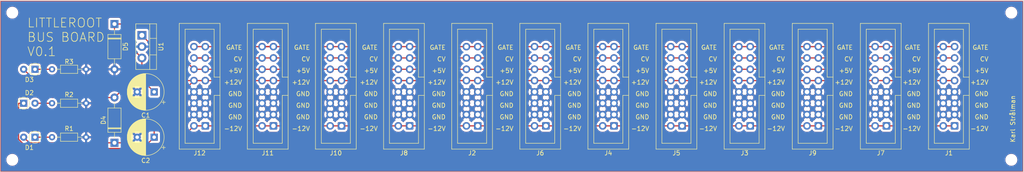
<source format=kicad_pcb>
(kicad_pcb (version 20221018) (generator pcbnew)
  (title_block (comment 4 "AISLER Project ID: DCZAFCHM"))
  (layers (0 "F.Cu" signal) (31 "B.Cu" signal) (34 "B.Paste" user) (35 "F.Paste" user) (36 "B.SilkS" user "B.Silkscreen") (37 "F.SilkS" user "F.Silkscreen") (38 "B.Mask" user) (39 "F.Mask" user) (44 "Edge.Cuts" user))
  (net 0 "")
  (net 1 "/Gate")
  (net 2 "/CV")
  (net 3 "+5V")
  (net 4 "+12V")
  (net 5 "GND")
  (net 6 "-12V")
  (net 7 "Net-(D1-K)")
  (net 8 "Net-(D2-A)")
  (net 9 "Net-(D3-K)")
  (footprint "Diode_THT:D_DO-35_SOD27_P2.54mm_Vertical_AnodeUp" (layer "F.Cu") (at 38.1 71.12)
    (fp_text reference "D2" (at 1.27 -2.326371) (layer "F.SilkS"))
    (fp_text value "LED" hide)
    (pad "1" thru_hole rect (at 0 0) (size 1.6 1.6) (drill 0.8) (layers "*.Cu" "*.Mask") (net 6 "-12V"))
    (pad "2" thru_hole oval (at 2.54 0) (size 1.6 1.6) (drill 0.8) (layers "*.Cu" "*.Mask") (net 8 "Net-(D2-A)"))
  )
  (footprint "Capacitor_THT:CP_Radial_D8.0mm_P3.80mm" (layer "F.Cu") (at 67.3 68.58 180)
    (fp_text reference "C1" (at 1.9 -5.25 180) (layer "F.SilkS"))
    (fp_text value "1u")
    (pad "1" thru_hole rect (at 0 0 180) (size 1.6 1.6) (drill 0.8) (layers "*.Cu" "*.Mask") (net 3 "+5V"))
    (pad "2" thru_hole circle (at 3.8 0 180) (size 1.6 1.6) (drill 0.8) (layers "*.Cu" "*.Mask") (net 5 "GND"))
  )
  (footprint "Package_TO_SOT_THT:TO-220-3_Vertical" (layer "F.Cu") (at 64.552349 55.88 -90)
    (fp_text reference "U1" (at 2.54 -4.27 90) (layer "F.SilkS"))
    (fp_text value "L7805")
    (pad "1" thru_hole rect (at 0 0 270) (size 1.905 2) (drill 1.1) (layers "*.Cu" "*.Mask") (net 4 "+12V"))
    (pad "2" thru_hole oval (at 2.54 0 270) (size 1.905 2) (drill 1.1) (layers "*.Cu" "*.Mask") (net 5 "GND"))
    (pad "3" thru_hole oval (at 5.08 0 270) (size 1.905 2) (drill 1.1) (layers "*.Cu" "*.Mask") (net 3 "+5V"))
  )
  (footprint "MountingHole:MountingHole_2.2mm_M2" (layer "F.Cu") (at 259.08 50.8)
    (fp_text reference "REF**" hide)
    (fp_text value "MountingHole_2.2mm_M2" hide)
    (pad "" np_thru_hole circle (at 0 0) (size 2.2 2.2) (drill 2.2) (layers "*.Cu" "*.Mask"))
  )
  (footprint "MountingHole:MountingHole_2.2mm_M2" (layer "F.Cu") (at 35.56 83.82)
    (fp_text reference "REF**" hide)
    (fp_text value "MountingHole_2.2mm_M2" hide)
    (pad "" np_thru_hole circle (at 0 0) (size 2.2 2.2) (drill 2.2) (layers "*.Cu" "*.Mask"))
  )
  (footprint "Connector_IDC:IDC-Header_2x08_P2.54mm_Vertical_No_Arrow" (layer "F.Cu") (at 215.9 76.2 180)
    (fp_text reference "J9" (at 1.27 -6.1) (layer "F.SilkS"))
    (fp_text value "~")
    (pad "1" thru_hole roundrect (at 0 0 180) (size 1.7 1.7) (drill 1) (layers "*.Cu" "*.Mask") (roundrect_rratio 0.1470588235) (net 6 "-12V"))
    (pad "2" thru_hole circle (at 2.54 0 180) (size 1.7 1.7) (drill 1) (layers "*.Cu" "*.Mask") (net 6 "-12V"))
    (pad "3" thru_hole circle (at 0 2.54 180) (size 1.7 1.7) (drill 1) (layers "*.Cu" "*.Mask") (net 5 "GND"))
    (pad "4" thru_hole circle (at 2.54 2.54 180) (size 1.7 1.7) (drill 1) (layers "*.Cu" "*.Mask") (net 5 "GND"))
    (pad "5" thru_hole circle (at 0 5.08 180) (size 1.7 1.7) (drill 1) (layers "*.Cu" "*.Mask") (net 5 "GND"))
    (pad "6" thru_hole circle (at 2.54 5.08 180) (size 1.7 1.7) (drill 1) (layers "*.Cu" "*.Mask") (net 5 "GND"))
    (pad "7" thru_hole circle (at 0 7.62 180) (size 1.7 1.7) (drill 1) (layers "*.Cu" "*.Mask") (net 5 "GND"))
    (pad "8" thru_hole circle (at 2.54 7.62 180) (size 1.7 1.7) (drill 1) (layers "*.Cu" "*.Mask") (net 5 "GND"))
    (pad "9" thru_hole circle (at 0 10.16 180) (size 1.7 1.7) (drill 1) (layers "*.Cu" "*.Mask") (net 4 "+12V"))
    (pad "10" thru_hole circle (at 2.54 10.16 180) (size 1.7 1.7) (drill 1) (layers "*.Cu" "*.Mask") (net 4 "+12V"))
    (pad "11" thru_hole circle (at 0 12.7 180) (size 1.7 1.7) (drill 1) (layers "*.Cu" "*.Mask") (net 3 "+5V"))
    (pad "12" thru_hole circle (at 2.54 12.7 180) (size 1.7 1.7) (drill 1) (layers "*.Cu" "*.Mask") (net 3 "+5V"))
    (pad "13" thru_hole circle (at 0 15.24 180) (size 1.7 1.7) (drill 1) (layers "*.Cu" "*.Mask") (net 2 "/CV"))
    (pad "14" thru_hole circle (at 2.54 15.24 180) (size 1.7 1.7) (drill 1) (layers "*.Cu" "*.Mask") (net 2 "/CV"))
    (pad "15" thru_hole circle (at 0 17.78 180) (size 1.7 1.7) (drill 1) (layers "*.Cu" "*.Mask") (net 1 "/Gate"))
    (pad "16" thru_hole circle (at 2.54 17.78 180) (size 1.7 1.7) (drill 1) (layers "*.Cu" "*.Mask") (net 1 "/Gate"))
  )
  (footprint "Connector_IDC:IDC-Header_2x08_P2.54mm_Vertical_No_Arrow" (layer "F.Cu") (at 93.98 76.2 180)
    (fp_text reference "J11" (at 1.27 -6.1) (layer "F.SilkS"))
    (fp_text value "~")
    (pad "1" thru_hole roundrect (at 0 0 180) (size 1.7 1.7) (drill 1) (layers "*.Cu" "*.Mask") (roundrect_rratio 0.1470588235) (net 6 "-12V"))
    (pad "2" thru_hole circle (at 2.54 0 180) (size 1.7 1.7) (drill 1) (layers "*.Cu" "*.Mask") (net 6 "-12V"))
    (pad "3" thru_hole circle (at 0 2.54 180) (size 1.7 1.7) (drill 1) (layers "*.Cu" "*.Mask") (net 5 "GND"))
    (pad "4" thru_hole circle (at 2.54 2.54 180) (size 1.7 1.7) (drill 1) (layers "*.Cu" "*.Mask") (net 5 "GND"))
    (pad "5" thru_hole circle (at 0 5.08 180) (size 1.7 1.7) (drill 1) (layers "*.Cu" "*.Mask") (net 5 "GND"))
    (pad "6" thru_hole circle (at 2.54 5.08 180) (size 1.7 1.7) (drill 1) (layers "*.Cu" "*.Mask") (net 5 "GND"))
    (pad "7" thru_hole circle (at 0 7.62 180) (size 1.7 1.7) (drill 1) (layers "*.Cu" "*.Mask") (net 5 "GND"))
    (pad "8" thru_hole circle (at 2.54 7.62 180) (size 1.7 1.7) (drill 1) (layers "*.Cu" "*.Mask") (net 5 "GND"))
    (pad "9" thru_hole circle (at 0 10.16 180) (size 1.7 1.7) (drill 1) (layers "*.Cu" "*.Mask") (net 4 "+12V"))
    (pad "10" thru_hole circle (at 2.54 10.16 180) (size 1.7 1.7) (drill 1) (layers "*.Cu" "*.Mask") (net 4 "+12V"))
    (pad "11" thru_hole circle (at 0 12.7 180) (size 1.7 1.7) (drill 1) (layers "*.Cu" "*.Mask") (net 3 "+5V"))
    (pad "12" thru_hole circle (at 2.54 12.7 180) (size 1.7 1.7) (drill 1) (layers "*.Cu" "*.Mask") (net 3 "+5V"))
    (pad "13" thru_hole circle (at 0 15.24 180) (size 1.7 1.7) (drill 1) (layers "*.Cu" "*.Mask") (net 2 "/CV"))
    (pad "14" thru_hole circle (at 2.54 15.24 180) (size 1.7 1.7) (drill 1) (layers "*.Cu" "*.Mask") (net 2 "/CV"))
    (pad "15" thru_hole circle (at 0 17.78 180) (size 1.7 1.7) (drill 1) (layers "*.Cu" "*.Mask") (net 1 "/Gate"))
    (pad "16" thru_hole circle (at 2.54 17.78 180) (size 1.7 1.7) (drill 1) (layers "*.Cu" "*.Mask") (net 1 "/Gate"))
  )
  (footprint "Diode_THT:D_DO-35_SOD27_P2.54mm_Vertical_AnodeUp" (layer "F.Cu") (at 40.64 63.5 180)
    (fp_text reference "D3" (at 1.27 -2.326371) (layer "F.SilkS"))
    (fp_text value "LED" hide)
    (pad "1" thru_hole rect (at 0 0 180) (size 1.6 1.6) (drill 0.8) (layers "*.Cu" "*.Mask") (net 9 "Net-(D3-K)"))
    (pad "2" thru_hole oval (at 2.54 0 180) (size 1.6 1.6) (drill 0.8) (layers "*.Cu" "*.Mask") (net 3 "+5V"))
  )
  (footprint "Capacitor_THT:CP_Radial_D8.0mm_P3.80mm" (layer "F.Cu") (at 67.3 78.74 180)
    (fp_text reference "C2" (at 1.9 -5.25 180) (layer "F.SilkS"))
    (fp_text value "1u")
    (pad "1" thru_hole rect (at 0 0 180) (size 1.6 1.6) (drill 0.8) (layers "*.Cu" "*.Mask") (net 4 "+12V"))
    (pad "2" thru_hole circle (at 3.8 0 180) (size 1.6 1.6) (drill 0.8) (layers "*.Cu" "*.Mask") (net 5 "GND"))
  )
  (footprint "Connector_IDC:IDC-Header_2x08_P2.54mm_Vertical_No_Arrow" (layer "F.Cu") (at 124.46 76.2 180)
    (fp_text reference "J8" (at 1.27 -6.1) (layer "F.SilkS"))
    (fp_text value "~")
    (pad "1" thru_hole roundrect (at 0 0 180) (size 1.7 1.7) (drill 1) (layers "*.Cu" "*.Mask") (roundrect_rratio 0.1470588235) (net 6 "-12V"))
    (pad "2" thru_hole circle (at 2.54 0 180) (size 1.7 1.7) (drill 1) (layers "*.Cu" "*.Mask") (net 6 "-12V"))
    (pad "3" thru_hole circle (at 0 2.54 180) (size 1.7 1.7) (drill 1) (layers "*.Cu" "*.Mask") (net 5 "GND"))
    (pad "4" thru_hole circle (at 2.54 2.54 180) (size 1.7 1.7) (drill 1) (layers "*.Cu" "*.Mask") (net 5 "GND"))
    (pad "5" thru_hole circle (at 0 5.08 180) (size 1.7 1.7) (drill 1) (layers "*.Cu" "*.Mask") (net 5 "GND"))
    (pad "6" thru_hole circle (at 2.54 5.08 180) (size 1.7 1.7) (drill 1) (layers "*.Cu" "*.Mask") (net 5 "GND"))
    (pad "7" thru_hole circle (at 0 7.62 180) (size 1.7 1.7) (drill 1) (layers "*.Cu" "*.Mask") (net 5 "GND"))
    (pad "8" thru_hole circle (at 2.54 7.62 180) (size 1.7 1.7) (drill 1) (layers "*.Cu" "*.Mask") (net 5 "GND"))
    (pad "9" thru_hole circle (at 0 10.16 180) (size 1.7 1.7) (drill 1) (layers "*.Cu" "*.Mask") (net 4 "+12V"))
    (pad "10" thru_hole circle (at 2.54 10.16 180) (size 1.7 1.7) (drill 1) (layers "*.Cu" "*.Mask") (net 4 "+12V"))
    (pad "11" thru_hole circle (at 0 12.7 180) (size 1.7 1.7) (drill 1) (layers "*.Cu" "*.Mask") (net 3 "+5V"))
    (pad "12" thru_hole circle (at 2.54 12.7 180) (size 1.7 1.7) (drill 1) (layers "*.Cu" "*.Mask") (net 3 "+5V"))
    (pad "13" thru_hole circle (at 0 15.24 180) (size 1.7 1.7) (drill 1) (layers "*.Cu" "*.Mask") (net 2 "/CV"))
    (pad "14" thru_hole circle (at 2.54 15.24 180) (size 1.7 1.7) (drill 1) (layers "*.Cu" "*.Mask") (net 2 "/CV"))
    (pad "15" thru_hole circle (at 0 17.78 180) (size 1.7 1.7) (drill 1) (layers "*.Cu" "*.Mask") (net 1 "/Gate"))
    (pad "16" thru_hole circle (at 2.54 17.78 180) (size 1.7 1.7) (drill 1) (layers "*.Cu" "*.Mask") (net 1 "/Gate"))
  )
  (footprint "Resistor_THT:R_Axial_DIN0204_L3.6mm_D1.6mm_P7.62mm_Horizontal" (layer "F.Cu") (at 44.45 78.74)
    (fp_text reference "R1" (at 3.81 -1.92) (layer "F.SilkS"))
    (fp_text value "1k")
    (pad "1" thru_hole circle (at 0 0) (size 1.4 1.4) (drill 0.7) (layers "*.Cu" "*.Mask") (net 7 "Net-(D1-K)"))
    (pad "2" thru_hole oval (at 7.62 0) (size 1.4 1.4) (drill 0.7) (layers "*.Cu" "*.Mask") (net 5 "GND"))
  )
  (footprint "Connector_IDC:IDC-Header_2x08_P2.54mm_Vertical_No_Arrow" (layer "F.Cu") (at 185.42 76.2 180)
    (fp_text reference "J5" (at 1.27 -6.1) (layer "F.SilkS"))
    (fp_text value "~")
    (pad "1" thru_hole roundrect (at 0 0 180) (size 1.7 1.7) (drill 1) (layers "*.Cu" "*.Mask") (roundrect_rratio 0.1470588235) (net 6 "-12V"))
    (pad "2" thru_hole circle (at 2.54 0 180) (size 1.7 1.7) (drill 1) (layers "*.Cu" "*.Mask") (net 6 "-12V"))
    (pad "3" thru_hole circle (at 0 2.54 180) (size 1.7 1.7) (drill 1) (layers "*.Cu" "*.Mask") (net 5 "GND"))
    (pad "4" thru_hole circle (at 2.54 2.54 180) (size 1.7 1.7) (drill 1) (layers "*.Cu" "*.Mask") (net 5 "GND"))
    (pad "5" thru_hole circle (at 0 5.08 180) (size 1.7 1.7) (drill 1) (layers "*.Cu" "*.Mask") (net 5 "GND"))
    (pad "6" thru_hole circle (at 2.54 5.08 180) (size 1.7 1.7) (drill 1) (layers "*.Cu" "*.Mask") (net 5 "GND"))
    (pad "7" thru_hole circle (at 0 7.62 180) (size 1.7 1.7) (drill 1) (layers "*.Cu" "*.Mask") (net 5 "GND"))
    (pad "8" thru_hole circle (at 2.54 7.62 180) (size 1.7 1.7) (drill 1) (layers "*.Cu" "*.Mask") (net 5 "GND"))
    (pad "9" thru_hole circle (at 0 10.16 180) (size 1.7 1.7) (drill 1) (layers "*.Cu" "*.Mask") (net 4 "+12V"))
    (pad "10" thru_hole circle (at 2.54 10.16 180) (size 1.7 1.7) (drill 1) (layers "*.Cu" "*.Mask") (net 4 "+12V"))
    (pad "11" thru_hole circle (at 0 12.7 180) (size 1.7 1.7) (drill 1) (layers "*.Cu" "*.Mask") (net 3 "+5V"))
    (pad "12" thru_hole circle (at 2.54 12.7 180) (size 1.7 1.7) (drill 1) (layers "*.Cu" "*.Mask") (net 3 "+5V"))
    (pad "13" thru_hole circle (at 0 15.24 180) (size 1.7 1.7) (drill 1) (layers "*.Cu" "*.Mask") (net 2 "/CV"))
    (pad "14" thru_hole circle (at 2.54 15.24 180) (size 1.7 1.7) (drill 1) (layers "*.Cu" "*.Mask") (net 2 "/CV"))
    (pad "15" thru_hole circle (at 0 17.78 180) (size 1.7 1.7) (drill 1) (layers "*.Cu" "*.Mask") (net 1 "/Gate"))
    (pad "16" thru_hole circle (at 2.54 17.78 180) (size 1.7 1.7) (drill 1) (layers "*.Cu" "*.Mask") (net 1 "/Gate"))
  )
  (footprint "Resistor_THT:R_Axial_DIN0204_L3.6mm_D1.6mm_P7.62mm_Horizontal" (layer "F.Cu") (at 44.45 63.5)
    (fp_text reference "R3" (at 3.81 -1.7) (layer "F.SilkS"))
    (fp_text value "4k7")
    (pad "1" thru_hole circle (at 0 0) (size 1.4 1.4) (drill 0.7) (layers "*.Cu" "*.Mask") (net 9 "Net-(D3-K)"))
    (pad "2" thru_hole oval (at 7.62 0) (size 1.4 1.4) (drill 0.7) (layers "*.Cu" "*.Mask") (net 5 "GND"))
  )
  (footprint "Diode_THT:D_DO-35_SOD27_P2.54mm_Vertical_AnodeUp" (layer "F.Cu") (at 40.64 78.74 180)
    (fp_text reference "D1" (at 1.27 -2.326371) (layer "F.SilkS"))
    (fp_text value "LED" hide)
    (pad "1" thru_hole rect (at 0 0 180) (size 1.6 1.6) (drill 0.8) (layers "*.Cu" "*.Mask") (net 7 "Net-(D1-K)"))
    (pad "2" thru_hole oval (at 2.54 0 180) (size 1.6 1.6) (drill 0.8) (layers "*.Cu" "*.Mask") (net 4 "+12V"))
  )
  (footprint "Diode_THT:D_A-405_P10.16mm_Horizontal" (layer "F.Cu") (at 58.42 53.34 -90)
    (fp_text reference "D5" (at 5.08 -2.47 90) (layer "F.SilkS"))
    (fp_text value "N4007")
    (pad "1" thru_hole rect (at 0 0 270) (size 1.8 1.8) (drill 0.9) (layers "*.Cu" "*.Mask") (net 3 "+5V"))
    (pad "2" thru_hole oval (at 10.16 0 270) (size 1.8 1.8) (drill 0.9) (layers "*.Cu" "*.Mask") (net 5 "GND"))
  )
  (footprint "Connector_IDC:IDC-Header_2x08_P2.54mm_Vertical_No_Arrow" (layer "F.Cu") (at 139.7 76.2 180)
    (fp_text reference "J2" (at 1.27 -6.1) (layer "F.SilkS"))
    (fp_text value "~")
    (pad "1" thru_hole roundrect (at 0 0 180) (size 1.7 1.7) (drill 1) (layers "*.Cu" "*.Mask") (roundrect_rratio 0.1470588235) (net 6 "-12V"))
    (pad "2" thru_hole circle (at 2.54 0 180) (size 1.7 1.7) (drill 1) (layers "*.Cu" "*.Mask") (net 6 "-12V"))
    (pad "3" thru_hole circle (at 0 2.54 180) (size 1.7 1.7) (drill 1) (layers "*.Cu" "*.Mask") (net 5 "GND"))
    (pad "4" thru_hole circle (at 2.54 2.54 180) (size 1.7 1.7) (drill 1) (layers "*.Cu" "*.Mask") (net 5 "GND"))
    (pad "5" thru_hole circle (at 0 5.08 180) (size 1.7 1.7) (drill 1) (layers "*.Cu" "*.Mask") (net 5 "GND"))
    (pad "6" thru_hole circle (at 2.54 5.08 180) (size 1.7 1.7) (drill 1) (layers "*.Cu" "*.Mask") (net 5 "GND"))
    (pad "7" thru_hole circle (at 0 7.62 180) (size 1.7 1.7) (drill 1) (layers "*.Cu" "*.Mask") (net 5 "GND"))
    (pad "8" thru_hole circle (at 2.54 7.62 180) (size 1.7 1.7) (drill 1) (layers "*.Cu" "*.Mask") (net 5 "GND"))
    (pad "9" thru_hole circle (at 0 10.16 180) (size 1.7 1.7) (drill 1) (layers "*.Cu" "*.Mask") (net 4 "+12V"))
    (pad "10" thru_hole circle (at 2.54 10.16 180) (size 1.7 1.7) (drill 1) (layers "*.Cu" "*.Mask") (net 4 "+12V"))
    (pad "11" thru_hole circle (at 0 12.7 180) (size 1.7 1.7) (drill 1) (layers "*.Cu" "*.Mask") (net 3 "+5V"))
    (pad "12" thru_hole circle (at 2.54 12.7 180) (size 1.7 1.7) (drill 1) (layers "*.Cu" "*.Mask") (net 3 "+5V"))
    (pad "13" thru_hole circle (at 0 15.24 180) (size 1.7 1.7) (drill 1) (layers "*.Cu" "*.Mask") (net 2 "/CV"))
    (pad "14" thru_hole circle (at 2.54 15.24 180) (size 1.7 1.7) (drill 1) (layers "*.Cu" "*.Mask") (net 2 "/CV"))
    (pad "15" thru_hole circle (at 0 17.78 180) (size 1.7 1.7) (drill 1) (layers "*.Cu" "*.Mask") (net 1 "/Gate"))
    (pad "16" thru_hole circle (at 2.54 17.78 180) (size 1.7 1.7) (drill 1) (layers "*.Cu" "*.Mask") (net 1 "/Gate"))
  )
  (footprint "MountingHole:MountingHole_2.2mm_M2" (layer "F.Cu") (at 35.56 50.8)
    (fp_text reference "REF**" hide)
    (fp_text value "MountingHole_2.2mm_M2" hide)
    (pad "" np_thru_hole circle (at 0 0) (size 2.2 2.2) (drill 2.2) (layers "*.Cu" "*.Mask"))
  )
  (footprint "Connector_IDC:IDC-Header_2x08_P2.54mm_Vertical_No_Arrow" (layer "F.Cu") (at 78.74 76.2 180)
    (fp_text reference "J12" (at 1.27 -6.1) (layer "F.SilkS"))
    (fp_text value "~")
    (pad "1" thru_hole roundrect (at 0 0 180) (size 1.7 1.7) (drill 1) (layers "*.Cu" "*.Mask") (roundrect_rratio 0.1470588235) (net 6 "-12V"))
    (pad "2" thru_hole circle (at 2.54 0 180) (size 1.7 1.7) (drill 1) (layers "*.Cu" "*.Mask") (net 6 "-12V"))
    (pad "3" thru_hole circle (at 0 2.54 180) (size 1.7 1.7) (drill 1) (layers "*.Cu" "*.Mask") (net 5 "GND"))
    (pad "4" thru_hole circle (at 2.54 2.54 180) (size 1.7 1.7) (drill 1) (layers "*.Cu" "*.Mask") (net 5 "GND"))
    (pad "5" thru_hole circle (at 0 5.08 180) (size 1.7 1.7) (drill 1) (layers "*.Cu" "*.Mask") (net 5 "GND"))
    (pad "6" thru_hole circle (at 2.54 5.08 180) (size 1.7 1.7) (drill 1) (layers "*.Cu" "*.Mask") (net 5 "GND"))
    (pad "7" thru_hole circle (at 0 7.62 180) (size 1.7 1.7) (drill 1) (layers "*.Cu" "*.Mask") (net 5 "GND"))
    (pad "8" thru_hole circle (at 2.54 7.62 180) (size 1.7 1.7) (drill 1) (layers "*.Cu" "*.Mask") (net 5 "GND"))
    (pad "9" thru_hole circle (at 0 10.16 180) (size 1.7 1.7) (drill 1) (layers "*.Cu" "*.Mask") (net 4 "+12V"))
    (pad "10" thru_hole circle (at 2.54 10.16 180) (size 1.7 1.7) (drill 1) (layers "*.Cu" "*.Mask") (net 4 "+12V"))
    (pad "11" thru_hole circle (at 0 12.7 180) (size 1.7 1.7) (drill 1) (layers "*.Cu" "*.Mask") (net 3 "+5V"))
    (pad "12" thru_hole circle (at 2.54 12.7 180) (size 1.7 1.7) (drill 1) (layers "*.Cu" "*.Mask") (net 3 "+5V"))
    (pad "13" thru_hole circle (at 0 15.24 180) (size 1.7 1.7) (drill 1) (layers "*.Cu" "*.Mask") (net 2 "/CV"))
    (pad "14" thru_hole circle (at 2.54 15.24 180) (size 1.7 1.7) (drill 1) (layers "*.Cu" "*.Mask") (net 2 "/CV"))
    (pad "15" thru_hole circle (at 0 17.78 180) (size 1.7 1.7) (drill 1) (layers "*.Cu" "*.Mask") (net 1 "/Gate"))
    (pad "16" thru_hole circle (at 2.54 17.78 180) (size 1.7 1.7) (drill 1) (layers "*.Cu" "*.Mask") (net 1 "/Gate"))
  )
  (footprint "Connector_IDC:IDC-Header_2x08_P2.54mm_Vertical_No_Arrow" (layer "F.Cu") (at 154.94 76.2 180)
    (fp_text reference "J6" (at 1.27 -6.1) (layer "F.SilkS"))
    (fp_text value "~")
    (pad "1" thru_hole roundrect (at 0 0 180) (size 1.7 1.7) (drill 1) (layers "*.Cu" "*.Mask") (roundrect_rratio 0.1470588235) (net 6 "-12V"))
    (pad "2" thru_hole circle (at 2.54 0 180) (size 1.7 1.7) (drill 1) (layers "*.Cu" "*.Mask") (net 6 "-12V"))
    (pad "3" thru_hole circle (at 0 2.54 180) (size 1.7 1.7) (drill 1) (layers "*.Cu" "*.Mask") (net 5 "GND"))
    (pad "4" thru_hole circle (at 2.54 2.54 180) (size 1.7 1.7) (drill 1) (layers "*.Cu" "*.Mask") (net 5 "GND"))
    (pad "5" thru_hole circle (at 0 5.08 180) (size 1.7 1.7) (drill 1) (layers "*.Cu" "*.Mask") (net 5 "GND"))
    (pad "6" thru_hole circle (at 2.54 5.08 180) (size 1.7 1.7) (drill 1) (layers "*.Cu" "*.Mask") (net 5 "GND"))
    (pad "7" thru_hole circle (at 0 7.62 180) (size 1.7 1.7) (drill 1) (layers "*.Cu" "*.Mask") (net 5 "GND"))
    (pad "8" thru_hole circle (at 2.54 7.62 180) (size 1.7 1.7) (drill 1) (layers "*.Cu" "*.Mask") (net 5 "GND"))
    (pad "9" thru_hole circle (at 0 10.16 180) (size 1.7 1.7) (drill 1) (layers "*.Cu" "*.Mask") (net 4 "+12V"))
    (pad "10" thru_hole circle (at 2.54 10.16 180) (size 1.7 1.7) (drill 1) (layers "*.Cu" "*.Mask") (net 4 "+12V"))
    (pad "11" thru_hole circle (at 0 12.7 180) (size 1.7 1.7) (drill 1) (layers "*.Cu" "*.Mask") (net 3 "+5V"))
    (pad "12" thru_hole circle (at 2.54 12.7 180) (size 1.7 1.7) (drill 1) (layers "*.Cu" "*.Mask") (net 3 "+5V"))
    (pad "13" thru_hole circle (at 0 15.24 180) (size 1.7 1.7) (drill 1) (layers "*.Cu" "*.Mask") (net 2 "/CV"))
    (pad "14" thru_hole circle (at 2.54 15.24 180) (size 1.7 1.7) (drill 1) (layers "*.Cu" "*.Mask") (net 2 "/CV"))
    (pad "15" thru_hole circle (at 0 17.78 180) (size 1.7 1.7) (drill 1) (layers "*.Cu" "*.Mask") (net 1 "/Gate"))
    (pad "16" thru_hole circle (at 2.54 17.78 180) (size 1.7 1.7) (drill 1) (layers "*.Cu" "*.Mask") (net 1 "/Gate"))
  )
  (footprint "Diode_THT:D_A-405_P10.16mm_Horizontal" (layer "F.Cu") (at 58.42 80 90)
    (fp_text reference "D4" (at 5.08 -2.47 90) (layer "F.SilkS"))
    (fp_text value "N4007")
    (pad "1" thru_hole rect (at 0 0 90) (size 1.8 1.8) (drill 0.9) (layers "*.Cu" "*.Mask") (net 4 "+12V"))
    (pad "2" thru_hole oval (at 10.16 0 90) (size 1.8 1.8) (drill 0.9) (layers "*.Cu" "*.Mask") (net 3 "+5V"))
  )
  (footprint "MountingHole:MountingHole_2.2mm_M2" (layer "F.Cu") (at 259.08 83.82)
    (fp_text reference "REF**" hide)
    (fp_text value "MountingHole_2.2mm_M2" hide)
    (pad "" np_thru_hole circle (at 0 0) (size 2.2 2.2) (drill 2.2) (layers "*.Cu" "*.Mask"))
  )
  (footprint "Connector_IDC:IDC-Header_2x08_P2.54mm_Vertical_No_Arrow" (layer "F.Cu") (at 231.14 76.2 180)
    (fp_text reference "J7" (at 1.27 -6.1) (layer "F.SilkS"))
    (fp_text value "~")
    (pad "1" thru_hole roundrect (at 0 0 180) (size 1.7 1.7) (drill 1) (layers "*.Cu" "*.Mask") (roundrect_rratio 0.1470588235) (net 6 "-12V"))
    (pad "2" thru_hole circle (at 2.54 0 180) (size 1.7 1.7) (drill 1) (layers "*.Cu" "*.Mask") (net 6 "-12V"))
    (pad "3" thru_hole circle (at 0 2.54 180) (size 1.7 1.7) (drill 1) (layers "*.Cu" "*.Mask") (net 5 "GND"))
    (pad "4" thru_hole circle (at 2.54 2.54 180) (size 1.7 1.7) (drill 1) (layers "*.Cu" "*.Mask") (net 5 "GND"))
    (pad "5" thru_hole circle (at 0 5.08 180) (size 1.7 1.7) (drill 1) (layers "*.Cu" "*.Mask") (net 5 "GND"))
    (pad "6" thru_hole circle (at 2.54 5.08 180) (size 1.7 1.7) (drill 1) (layers "*.Cu" "*.Mask") (net 5 "GND"))
    (pad "7" thru_hole circle (at 0 7.62 180) (size 1.7 1.7) (drill 1) (layers "*.Cu" "*.Mask") (net 5 "GND"))
    (pad "8" thru_hole circle (at 2.54 7.62 180) (size 1.7 1.7) (drill 1) (layers "*.Cu" "*.Mask") (net 5 "GND"))
    (pad "9" thru_hole circle (at 0 10.16 180) (size 1.7 1.7) (drill 1) (layers "*.Cu" "*.Mask") (net 4 "+12V"))
    (pad "10" thru_hole circle (at 2.54 10.16 180) (size 1.7 1.7) (drill 1) (layers "*.Cu" "*.Mask") (net 4 "+12V"))
    (pad "11" thru_hole circle (at 0 12.7 180) (size 1.7 1.7) (drill 1) (layers "*.Cu" "*.Mask") (net 3 "+5V"))
    (pad "12" thru_hole circle (at 2.54 12.7 180) (size 1.7 1.7) (drill 1) (layers "*.Cu" "*.Mask") (net 3 "+5V"))
    (pad "13" thru_hole circle (at 0 15.24 180) (size 1.7 1.7) (drill 1) (layers "*.Cu" "*.Mask") (net 2 "/CV"))
    (pad "14" thru_hole circle (at 2.54 15.24 180) (size 1.7 1.7) (drill 1) (layers "*.Cu" "*.Mask") (net 2 "/CV"))
    (pad "15" thru_hole circle (at 0 17.78 180) (size 1.7 1.7) (drill 1) (layers "*.Cu" "*.Mask") (net 1 "/Gate"))
    (pad "16" thru_hole circle (at 2.54 17.78 180) (size 1.7 1.7) (drill 1) (layers "*.Cu" "*.Mask") (net 1 "/Gate"))
  )
  (footprint "Connector_IDC:IDC-Header_2x08_P2.54mm_Vertical_No_Arrow" (layer "F.Cu") (at 109.22 76.2 180)
    (fp_text reference "J10" (at 1.27 -6.1) (layer "F.SilkS"))
    (fp_text value "~")
    (pad "1" thru_hole roundrect (at 0 0 180) (size 1.7 1.7) (drill 1) (layers "*.Cu" "*.Mask") (roundrect_rratio 0.1470588235) (net 6 "-12V"))
    (pad "2" thru_hole circle (at 2.54 0 180) (size 1.7 1.7) (drill 1) (layers "*.Cu" "*.Mask") (net 6 "-12V"))
    (pad "3" thru_hole circle (at 0 2.54 180) (size 1.7 1.7) (drill 1) (layers "*.Cu" "*.Mask") (net 5 "GND"))
    (pad "4" thru_hole circle (at 2.54 2.54 180) (size 1.7 1.7) (drill 1) (layers "*.Cu" "*.Mask") (net 5 "GND"))
    (pad "5" thru_hole circle (at 0 5.08 180) (size 1.7 1.7) (drill 1) (layers "*.Cu" "*.Mask") (net 5 "GND"))
    (pad "6" thru_hole circle (at 2.54 5.08 180) (size 1.7 1.7) (drill 1) (layers "*.Cu" "*.Mask") (net 5 "GND"))
    (pad "7" thru_hole circle (at 0 7.62 180) (size 1.7 1.7) (drill 1) (layers "*.Cu" "*.Mask") (net 5 "GND"))
    (pad "8" thru_hole circle (at 2.54 7.62 180) (size 1.7 1.7) (drill 1) (layers "*.Cu" "*.Mask") (net 5 "GND"))
    (pad "9" thru_hole circle (at 0 10.16 180) (size 1.7 1.7) (drill 1) (layers "*.Cu" "*.Mask") (net 4 "+12V"))
    (pad "10" thru_hole circle (at 2.54 10.16 180) (size 1.7 1.7) (drill 1) (layers "*.Cu" "*.Mask") (net 4 "+12V"))
    (pad "11" thru_hole circle (at 0 12.7 180) (size 1.7 1.7) (drill 1) (layers "*.Cu" "*.Mask") (net 3 "+5V"))
    (pad "12" thru_hole circle (at 2.54 12.7 180) (size 1.7 1.7) (drill 1) (layers "*.Cu" "*.Mask") (net 3 "+5V"))
    (pad "13" thru_hole circle (at 0 15.24 180) (size 1.7 1.7) (drill 1) (layers "*.Cu" "*.Mask") (net 2 "/CV"))
    (pad "14" thru_hole circle (at 2.54 15.24 180) (size 1.7 1.7) (drill 1) (layers "*.Cu" "*.Mask") (net 2 "/CV"))
    (pad "15" thru_hole circle (at 0 17.78 180) (size 1.7 1.7) (drill 1) (layers "*.Cu" "*.Mask") (net 1 "/Gate"))
    (pad "16" thru_hole circle (at 2.54 17.78 180) (size 1.7 1.7) (drill 1) (layers "*.Cu" "*.Mask") (net 1 "/Gate"))
  )
  (footprint "Connector_IDC:IDC-Header_2x08_P2.54mm_Vertical_No_Arrow" (layer "F.Cu") (at 246.38 76.2 180)
    (fp_text reference "J1" (at 1.27 -6.1) (layer "F.SilkS"))
    (fp_text value "~")
    (pad "1" thru_hole roundrect (at 0 0 180) (size 1.7 1.7) (drill 1) (layers "*.Cu" "*.Mask") (roundrect_rratio 0.1470588235) (net 6 "-12V"))
    (pad "2" thru_hole circle (at 2.54 0 180) (size 1.7 1.7) (drill 1) (layers "*.Cu" "*.Mask") (net 6 "-12V"))
    (pad "3" thru_hole circle (at 0 2.54 180) (size 1.7 1.7) (drill 1) (layers "*.Cu" "*.Mask") (net 5 "GND"))
    (pad "4" thru_hole circle (at 2.54 2.54 180) (size 1.7 1.7) (drill 1) (layers "*.Cu" "*.Mask") (net 5 "GND"))
    (pad "5" thru_hole circle (at 0 5.08 180) (size 1.7 1.7) (drill 1) (layers "*.Cu" "*.Mask") (net 5 "GND"))
    (pad "6" thru_hole circle (at 2.54 5.08 180) (size 1.7 1.7) (drill 1) (layers "*.Cu" "*.Mask") (net 5 "GND"))
    (pad "7" thru_hole circle (at 0 7.62 180) (size 1.7 1.7) (drill 1) (layers "*.Cu" "*.Mask") (net 5 "GND"))
    (pad "8" thru_hole circle (at 2.54 7.62 180) (size 1.7 1.7) (drill 1) (layers "*.Cu" "*.Mask") (net 5 "GND"))
    (pad "9" thru_hole circle (at 0 10.16 180) (size 1.7 1.7) (drill 1) (layers "*.Cu" "*.Mask") (net 4 "+12V"))
    (pad "10" thru_hole circle (at 2.54 10.16 180) (size 1.7 1.7) (drill 1) (layers "*.Cu" "*.Mask") (net 4 "+12V"))
    (pad "11" thru_hole circle (at 0 12.7 180) (size 1.7 1.7) (drill 1) (layers "*.Cu" "*.Mask") (net 3 "+5V"))
    (pad "12" thru_hole circle (at 2.54 12.7 180) (size 1.7 1.7) (drill 1) (layers "*.Cu" "*.Mask") (net 3 "+5V"))
    (pad "13" thru_hole circle (at 0 15.24 180) (size 1.7 1.7) (drill 1) (layers "*.Cu" "*.Mask") (net 2 "/CV"))
    (pad "14" thru_hole circle (at 2.54 15.24 180) (size 1.7 1.7) (drill 1) (layers "*.Cu" "*.Mask") (net 2 "/CV"))
    (pad "15" thru_hole circle (at 0 17.78 180) (size 1.7 1.7) (drill 1) (layers "*.Cu" "*.Mask") (net 1 "/Gate"))
    (pad "16" thru_hole circle (at 2.54 17.78 180) (size 1.7 1.7) (drill 1) (layers "*.Cu" "*.Mask") (net 1 "/Gate"))
  )
  (footprint "Connector_IDC:IDC-Header_2x08_P2.54mm_Vertical_No_Arrow" (layer "F.Cu") (at 200.66 76.2 180)
    (fp_text reference "J3" (at 1.27 -6.1) (layer "F.SilkS"))
    (fp_text value "~")
    (pad "1" thru_hole roundrect (at 0 0 180) (size 1.7 1.7) (drill 1) (layers "*.Cu" "*.Mask") (roundrect_rratio 0.1470588235) (net 6 "-12V"))
    (pad "2" thru_hole circle (at 2.54 0 180) (size 1.7 1.7) (drill 1) (layers "*.Cu" "*.Mask") (net 6 "-12V"))
    (pad "3" thru_hole circle (at 0 2.54 180) (size 1.7 1.7) (drill 1) (layers "*.Cu" "*.Mask") (net 5 "GND"))
    (pad "4" thru_hole circle (at 2.54 2.54 180) (size 1.7 1.7) (drill 1) (layers "*.Cu" "*.Mask") (net 5 "GND"))
    (pad "5" thru_hole circle (at 0 5.08 180) (size 1.7 1.7) (drill 1) (layers "*.Cu" "*.Mask") (net 5 "GND"))
    (pad "6" thru_hole circle (at 2.54 5.08 180) (size 1.7 1.7) (drill 1) (layers "*.Cu" "*.Mask") (net 5 "GND"))
    (pad "7" thru_hole circle (at 0 7.62 180) (size 1.7 1.7) (drill 1) (layers "*.Cu" "*.Mask") (net 5 "GND"))
    (pad "8" thru_hole circle (at 2.54 7.62 180) (size 1.7 1.7) (drill 1) (layers "*.Cu" "*.Mask") (net 5 "GND"))
    (pad "9" thru_hole circle (at 0 10.16 180) (size 1.7 1.7) (drill 1) (layers "*.Cu" "*.Mask") (net 4 "+12V"))
    (pad "10" thru_hole circle (at 2.54 10.16 180) (size 1.7 1.7) (drill 1) (layers "*.Cu" "*.Mask") (net 4 "+12V"))
    (pad "11" thru_hole circle (at 0 12.7 180) (size 1.7 1.7) (drill 1) (layers "*.Cu" "*.Mask") (net 3 "+5V"))
    (pad "12" thru_hole circle (at 2.54 12.7 180) (size 1.7 1.7) (drill 1) (layers "*.Cu" "*.Mask") (net 3 "+5V"))
    (pad "13" thru_hole circle (at 0 15.24 180) (size 1.7 1.7) (drill 1) (layers "*.Cu" "*.Mask") (net 2 "/CV"))
    (pad "14" thru_hole circle (at 2.54 15.24 180) (size 1.7 1.7) (drill 1) (layers "*.Cu" "*.Mask") (net 2 "/CV"))
    (pad "15" thru_hole circle (at 0 17.78 180) (size 1.7 1.7) (drill 1) (layers "*.Cu" "*.Mask") (net 1 "/Gate"))
    (pad "16" thru_hole circle (at 2.54 17.78 180) (size 1.7 1.7) (drill 1) (layers "*.Cu" "*.Mask") (net 1 "/Gate"))
  )
  (footprint "Resistor_THT:R_Axial_DIN0204_L3.6mm_D1.6mm_P7.62mm_Horizontal" (layer "F.Cu") (at 44.45 71.12)
    (fp_text reference "R2" (at 3.81 -1.92) (layer "F.SilkS"))
    (fp_text value "1k")
    (pad "1" thru_hole circle (at 0 0) (size 1.4 1.4) (drill 0.7) (layers "*.Cu" "*.Mask") (net 8 "Net-(D2-A)"))
    (pad "2" thru_hole oval (at 7.62 0) (size 1.4 1.4) (drill 0.7) (layers "*.Cu" "*.Mask") (net 5 "GND"))
  )
  (footprint "Connector_IDC:IDC-Header_2x08_P2.54mm_Vertical_No_Arrow" (layer "F.Cu") (at 170.18 76.2 180)
    (fp_text reference "J4" (at 1.27 -6.1) (layer "F.SilkS"))
    (fp_text value "~")
    (pad "1" thru_hole roundrect (at 0 0 180) (size 1.7 1.7) (drill 1) (layers "*.Cu" "*.Mask") (roundrect_rratio 0.1470588235) (net 6 "-12V"))
    (pad "2" thru_hole circle (at 2.54 0 180) (size 1.7 1.7) (drill 1) (layers "*.Cu" "*.Mask") (net 6 "-12V"))
    (pad "3" thru_hole circle (at 0 2.54 180) (size 1.7 1.7) (drill 1) (layers "*.Cu" "*.Mask") (net 5 "GND"))
    (pad "4" thru_hole circle (at 2.54 2.54 180) (size 1.7 1.7) (drill 1) (layers "*.Cu" "*.Mask") (net 5 "GND"))
    (pad "5" thru_hole circle (at 0 5.08 180) (size 1.7 1.7) (drill 1) (layers "*.Cu" "*.Mask") (net 5 "GND"))
    (pad "6" thru_hole circle (at 2.54 5.08 180) (size 1.7 1.7) (drill 1) (layers "*.Cu" "*.Mask") (net 5 "GND"))
    (pad "7" thru_hole circle (at 0 7.62 180) (size 1.7 1.7) (drill 1) (layers "*.Cu" "*.Mask") (net 5 "GND"))
    (pad "8" thru_hole circle (at 2.54 7.62 180) (size 1.7 1.7) (drill 1) (layers "*.Cu" "*.Mask") (net 5 "GND"))
    (pad "9" thru_hole circle (at 0 10.16 180) (size 1.7 1.7) (drill 1) (layers "*.Cu" "*.Mask") (net 4 "+12V"))
    (pad "10" thru_hole circle (at 2.54 10.16 180) (size 1.7 1.7) (drill 1) (layers "*.Cu" "*.Mask") (net 4 "+12V"))
    (pad "11" thru_hole circle (at 0 12.7 180) (size 1.7 1.7) (drill 1) (layers "*.Cu" "*.Mask") (net 3 "+5V"))
    (pad "12" thru_hole circle (at 2.54 12.7 180) (size 1.7 1.7) (drill 1) (layers "*.Cu" "*.Mask") (net 3 "+5V"))
    (pad "13" thru_hole circle (at 0 15.24 180) (size 1.7 1.7) (drill 1) (layers "*.Cu" "*.Mask") (net 2 "/CV"))
    (pad "14" thru_hole circle (at 2.54 15.24 180) (size 1.7 1.7) (drill 1) (layers "*.Cu" "*.Mask") (net 2 "/CV"))
    (pad "15" thru_hole circle (at 0 17.78 180) (size 1.7 1.7) (drill 1) (layers "*.Cu" "*.Mask") (net 1 "/Gate"))
    (pad "16" thru_hole circle (at 2.54 17.78 180) (size 1.7 1.7) (drill 1) (layers "*.Cu" "*.Mask") (net 1 "/Gate"))
  )
  (gr_rect (start 33.02 48.26) (end 261.62 86.36) (stroke (width 0.2)) (fill none) (layer "F.Cu"))
  (gr_rect (start 32.856 48.006) (end 261.874 86.514) (stroke (width 0.1)) (fill none) (layer "Edge.Cuts"))
  (gr_text "CV" (at 206.44502 61.8) (layer "F.SilkS") (effects (font (size 1 1)) (justify left bottom)))
  (gr_text "+12V" (at 249.847619 67) (layer "F.SilkS") (effects (font (size 1 1)) (justify left bottom)))
  (gr_text "GND" (at 190.072726 74.8) (layer "F.SilkS") (effects (font (size 1 1)) (justify left bottom)))
  (gr_text "+5V" (at 174.890908 64.4) (layer "F.SilkS") (effects (font (size 1 1)) (justify left bottom)))
  (gr_text "GND" (at 129.345454 74.8) (layer "F.SilkS") (effects (font (size 1 1)) (justify left bottom)))
  (gr_text "+5V" (at 98.981818 64.4) (layer "F.SilkS") (effects (font (size 1 1)) (justify left bottom)))
  (gr_text "+5V" (at 190.072726 64.4) (layer "F.SilkS") (effects (font (size 1 1)) (justify left bottom)))
  (gr_text "-12V" (at 249.847619 77.4) (layer "F.SilkS") (effects (font (size 1 1)) (justify left bottom)))
  (gr_text "GATE" (at 189.596535 59.2) (layer "F.SilkS") (effects (font (size 1 1)) (justify left bottom)))
  (gr_text "CV" (at 130.53593 61.8) (layer "F.SilkS") (effects (font (size 1 1)) (justify left bottom)))
  (gr_text "GND" (at 144.527272 69.6) (layer "F.SilkS") (effects (font (size 1 1)) (justify left bottom)))
  (gr_text "-12V" (at 82.847619 77.4) (layer "F.SilkS") (effects (font (size 1 1)) (justify left bottom)))
  (gr_text "+5V" (at 159.70909 64.4) (layer "F.SilkS") (effects (font (size 1 1)) (justify left bottom)))
  (gr_text "GATE" (at 159.232899 59.2) (layer "F.SilkS") (effects (font (size 1 1)) (justify left bottom)))
  (gr_text "GND" (at 144.527272 74.8) (layer "F.SilkS") (effects (font (size 1 1)) (justify left bottom)))
  (gr_text "GATE" (at 235.141989 59.2) (layer "F.SilkS") (effects (font (size 1 1)) (justify left bottom)))
  (gr_text "GND" (at 83.8 74.8) (layer "F.SilkS") (effects (font (size 1 1)) (justify left bottom)))
  (gr_text "GND" (at 235.61818 69.6) (layer "F.SilkS") (effects (font (size 1 1)) (justify left bottom)))
  (gr_text "-12V" (at 189.120345 77.4) (layer "F.SilkS") (effects (font (size 1 1)) (justify left bottom)))
  (gr_text "GND" (at 159.70909 74.8) (layer "F.SilkS") (effects (font (size 1 1)) (justify left bottom)))
  (gr_text "GND" (at 98.981818 72.2) (layer "F.SilkS") (effects (font (size 1 1)) (justify left bottom)))
  (gr_text "+12V" (at 113.211255 67) (layer "F.SilkS") (effects (font (size 1 1)) (justify left bottom)))
  (gr_text "+5V" (at 205.254544 64.4) (layer "F.SilkS") (effects (font (size 1 1)) (justify left bottom)))
  (gr_text "-12V" (at 128.393073 77.4) (layer "F.SilkS") (effects (font (size 1 1)) (justify left bottom)))
  (gr_text "GND" (at 190.072726 72.2) (layer "F.SilkS") (effects (font (size 1 1)) (justify left bottom)))
  (gr_text "+5V" (at 144.527272 64.4) (layer "F.SilkS") (effects (font (size 1 1)) (justify left bottom)))
  (gr_text "GND" (at 235.61818 74.8) (layer "F.SilkS") (effects (font (size 1 1)) (justify left bottom)))
  (gr_text "GND" (at 250.8 69.6) (layer "F.SilkS") (effects (font (size 1 1)) (justify left bottom)))
  (gr_text "GND" (at 250.8 74.8) (layer "F.SilkS") (effects (font (size 1 1)) (justify left bottom)))
  (gr_text "GND" (at 159.70909 69.6) (layer "F.SilkS") (effects (font (size 1 1)) (justify left bottom)))
  (gr_text "+12V" (at 234.665799 67) (layer "F.SilkS") (effects (font (size 1 1)) (justify left bottom)))
  (gr_text "GND" (at 129.345454 69.6) (layer "F.SilkS") (effects (font (size 1 1)) (justify left bottom)))
  (gr_text "GND" (at 250.8 72.2) (layer "F.SilkS") (effects (font (size 1 1)) (justify left bottom)))
  (gr_text "+12V" (at 143.574891 67) (layer "F.SilkS") (effects (font (size 1 1)) (justify left bottom)))
  (gr_text "CV" (at 84.990476 61.8) (layer "F.SilkS") (effects (font (size 1 1)) (justify left bottom)))
  (gr_text "+12V" (at 82.847619 67) (layer "F.SilkS") (effects (font (size 1 1)) (justify left bottom)))
  (gr_text "GND" (at 83.8 72.2) (layer "F.SilkS") (effects (font (size 1 1)) (justify left bottom)))
  (gr_text "GND" (at 114.163636 69.6) (layer "F.SilkS") (effects (font (size 1 1)) (justify left bottom)))
  (gr_text "LITTLEROOT\nBUS BOARD\nV0.1" (at 38.8 60.7) (layer "F.SilkS") (effects (font (size 2 2)) (justify left bottom)))
  (gr_text "CV" (at 176.081384 61.8) (layer "F.SilkS") (effects (font (size 1 1)) (justify left bottom)))
  (gr_text "Karl Strålman" (at 260 80 90) (layer "F.SilkS") (effects (font (size 1 1)) (justify left bottom)))
  (gr_text "GND" (at 129.345454 72.2) (layer "F.SilkS") (effects (font (size 1 1)) (justify left bottom)))
  (gr_text "+12V" (at 158.756709 67) (layer "F.SilkS") (effects (font (size 1 1)) (justify left bottom)))
  (gr_text "CV" (at 236.808656 61.8) (layer "F.SilkS") (effects (font (size 1 1)) (justify left bottom)))
  (gr_text "GND" (at 144.527272 72.2) (layer "F.SilkS") (effects (font (size 1 1)) (justify left bottom)))
  (gr_text "GATE" (at 83.323809 59.2) (layer "F.SilkS") (effects (font (size 1 1)) (justify left bottom)))
  (gr_text "+5V" (at 250.8 64.4) (layer "F.SilkS") (effects (font (size 1 1)) (justify left bottom)))
  (gr_text "GND" (at 114.163636 74.8) (layer "F.SilkS") (effects (font (size 1 1)) (justify left bottom)))
  (gr_text "GATE" (at 174.414717 59.2) (layer "F.SilkS") (effects (font (size 1 1)) (justify left bottom)))
  (gr_text "CV" (at 145.717748 61.8) (layer "F.SilkS") (effects (font (size 1 1)) (justify left bottom)))
  (gr_text "GND" (at 220.436362 72.2) (layer "F.SilkS") (effects (font (size 1 1)) (justify left bottom)))
  (gr_text "GND" (at 205.254544 72.2) (layer "F.SilkS") (effects (font (size 1 1)) (justify left bottom)))
  (gr_text "+12V" (at 204.302163 67) (layer "F.SilkS") (effects (font (size 1 1)) (justify left bottom)))
  (gr_text "GATE" (at 144.051081 59.2) (layer "F.SilkS") (effects (font (size 1 1)) (justify left bottom)))
  (gr_text "GATE" (at 250.323809 59.2) (layer "F.SilkS") (effects (font (size 1 1)) (justify left bottom)))
  (gr_text "GND" (at 98.981818 69.6) (layer "F.SilkS") (effects (font (size 1 1)) (justify left bottom)))
  (gr_text "CV" (at 160.899566 61.8) (layer "F.SilkS") (effects (font (size 1 1)) (justify left bottom)))
  (gr_text "GATE" (at 219.960171 59.2) (layer "F.SilkS") (effects (font (size 1 1)) (justify left bottom)))
  (gr_text "GND" (at 159.70909 72.2) (layer "F.SilkS") (effects (font (size 1 1)) (justify left bottom)))
  (gr_text "GATE" (at 128.869263 59.2) (layer "F.SilkS") (effects (font (size 1 1)) (justify left bottom)))
  (gr_text "-12V" (at 173.938527 77.4) (layer "F.SilkS") (effects (font (size 1 1)) (justify left bottom)))
  (gr_text "+12V" (at 189.120345 67) (layer "F.SilkS") (effects (font (size 1 1)) (justify left bottom)))
  (gr_text "GATE" (at 204.778353 59.2) (layer "F.SilkS") (effects (font (size 1 1)) (justify left bottom)))
  (gr_text "-12V" (at 204.302163 77.4) (layer "F.SilkS") (effects (font (size 1 1)) (justify left bottom)))
  (gr_text "GND" (at 174.890908 69.6) (layer "F.SilkS") (effects (font (size 1 1)) (justify left bottom)))
  (gr_text "-12V" (at 219.483981 77.4) (layer "F.SilkS") (effects (font (size 1 1)) (justify left bottom)))
  (gr_text "-12V" (at 234.665799 77.4) (layer "F.SilkS") (effects (font (size 1 1)) (justify left bottom)))
  (gr_text "GND" (at 174.890908 72.2) (layer "F.SilkS") (effects (font (size 1 1)) (justify left bottom)))
  (gr_text "+5V" (at 235.61818 64.4) (layer "F.SilkS") (effects (font (size 1 1)) (justify left bottom)))
  (gr_text "+12V" (at 219.483981 67) (layer "F.SilkS") (effects (font (size 1 1)) (justify left bottom)))
  (gr_text "GND" (at 205.254544 74.8) (layer "F.SilkS") (effects (font (size 1 1)) (justify left bottom)))
  (gr_text "+5V" (at 83.8 64.4) (layer "F.SilkS") (effects (font (size 1 1)) (justify left bottom)))
  (gr_text "GND" (at 83.8 69.6) (layer "F.SilkS") (effects (font (size 1 1)) (justify left bottom)))
  (gr_text "GND" (at 114.163636 72.2) (layer "F.SilkS") (effects (font (size 1 1)) (justify left bottom)))
  (gr_text "GND" (at 98.981818 74.8) (layer "F.SilkS") (effects (font (size 1 1)) (justify left bottom)))
  (gr_text "CV" (at 191.263202 61.8) (layer "F.SilkS") (effects (font (size 1 1)) (justify left bottom)))
  (gr_text "+5V" (at 129.345454 64.4) (layer "F.SilkS") (effects (font (size 1 1)) (justify left bottom)))
  (gr_text "+12V" (at 98.029437 67) (layer "F.SilkS") (effects (font (size 1 1)) (justify left bottom)))
  (gr_text "+12V" (at 173.938527 67) (layer "F.SilkS") (effects (font (size 1 1)) (justify left bottom)))
  (gr_text "CV" (at 251.990476 61.8) (layer "F.SilkS") (effects (font (size 1 1)) (justify left bottom)))
  (gr_text "CV" (at 100.172294 61.8) (layer "F.SilkS") (effects (font (size 1 1)) (justify left bottom)))
  (gr_text "-12V" (at 113.211255 77.4) (layer "F.SilkS") (effects (font (size 1 1)) (justify left bottom)))
  (gr_text "-12V" (at 98.029437 77.4) (layer "F.SilkS") (effects (font (size 1 1)) (justify left bottom)))
  (gr_text "GATE" (at 98.505627 59.2) (layer "F.SilkS") (effects (font (size 1 1)) (justify left bottom)))
  (gr_text "CV" (at 115.354112 61.8) (layer "F.SilkS") (effects (font (size 1 1)) (justify left bottom)))
  (gr_text "GND" (at 205.254544 69.6) (layer "F.SilkS") (effects (font (size 1 1)) (justify left bottom)))
  (gr_text "GND" (at 174.890908 74.8) (layer "F.SilkS") (effects (font (size 1 1)) (justify left bottom)))
  (gr_text "+5V" (at 220.436362 64.4) (layer "F.SilkS") (effects (font (size 1 1)) (justify left bottom)))
  (gr_text "GND" (at 220.436362 74.8) (layer "F.SilkS") (effects (font (size 1 1)) (justify left bottom)))
  (gr_text "GATE" (at 113.687445 59.2) (layer "F.SilkS") (effects (font (size 1 1)) (justify left bottom)))
  (gr_text "GND" (at 190.072726 69.6) (layer "F.SilkS") (effects (font (size 1 1)) (justify left bottom)))
  (gr_text "-12V" (at 143.574891 77.4) (layer "F.SilkS") (effects (font (size 1 1)) (justify left bottom)))
  (gr_text "-12V" (at 158.756709 77.4) (layer "F.SilkS") (effects (font (size 1 1)) (justify left bottom)))
  (gr_text "GND" (at 235.61818 72.2) (layer "F.SilkS") (effects (font (size 1 1)) (justify left bottom)))
  (gr_text "+12V" (at 128.393073 67) (layer "F.SilkS") (effects (font (size 1 1)) (justify left bottom)))
  (gr_text "GND" (at 220.436362 69.6) (layer "F.SilkS") (effects (font (size 1 1)) (justify left bottom)))
  (gr_text "+5V" (at 114.163636 64.4) (layer "F.SilkS") (effects (font (size 1 1)) (justify left bottom)))
  (gr_text "CV" (at 221.626838 61.8) (layer "F.SilkS") (effects (font (size 1 1)) (justify left bottom)))
  (segment (start 78.74 58.42) (end 76.2 58.42) (width 0.25) (layer "F.Cu") (net 1))
  (segment (start 78.74 58.42) (end 93.98 58.42) (width 0.25) (layer "F.Cu") (net 1))
  (segment (start 91.44 58.42) (end 246.38 58.42) (width 0.25) (layer "F.Cu") (net 1))
  (segment (start 76.2 60.96) (end 78.74 60.96) (width 0.25) (layer "F.Cu") (net 2))
  (segment (start 246.38 60.96) (end 76.2 60.96) (width 0.25) (layer "F.Cu") (net 2))
  (segment (start 64.552349 65.832349) (end 67.3 68.58) (width 0.25) (layer "F.Cu") (net 3))
  (segment (start 58.42 69.84) (end 62.427651 65.832349) (width 0.25) (layer "F.Cu") (net 3))
  (segment (start 44.44 69.84) (end 58.42 69.84) (width 0.25) (layer "F.Cu") (net 3))
  (segment (start 62.427651 65.832349) (end 64.552349 65.832349) (width 0.25) (layer "F.Cu") (net 3))
  (segment (start 76.2 63.5) (end 246.38 63.5) (width 0.25) (layer "F.Cu") (net 3))
  (segment (start 58.42 54.827651) (end 58.42 53.34) (width 0.25) (layer "F.Cu") (net 3))
  (segment (start 58.42 53.34) (end 66.04 53.34) (width 0.25) (layer "F.Cu") (net 3))
  (segment (start 66.04 53.34) (end 76.2 63.5) (width 0.25) (layer "F.Cu") (net 3))
  (segment (start 38.1 63.5) (end 44.44 69.84) (width 0.25) (layer "F.Cu") (net 3))
  (segment (start 64.552349 60.96) (end 58.42 54.827651) (width 0.25) (layer "F.Cu") (net 3))
  (segment (start 64.552349 60.96) (end 64.552349 65.832349) (width 0.25) (layer "F.Cu") (net 3))
  (segment (start 246.38 66.04) (end 76.2 66.04) (width 0.25) (layer "F.Cu") (net 4))
  (segment (start 74.712349 66.04) (end 64.552349 55.88) (width 0.25) (layer "F.Cu") (net 4))
  (segment (start 67.3 74.94) (end 67.3 78.74) (width 0.25) (layer "F.Cu") (net 4))
  (segment (start 76.2 66.04) (end 74.712349 66.04) (width 0.25) (layer "F.Cu") (net 4))
  (segment (start 39.36 80) (end 58.42 80) (width 0.25) (layer "F.Cu") (net 4))
  (segment (start 38.1 78.74) (end 39.36 80) (width 0.25) (layer "F.Cu") (net 4))
  (segment (start 58.42 80) (end 66.04 80) (width 0.25) (layer "F.Cu") (net 4))
  (segment (start 66.04 80) (end 67.3 78.74) (width 0.25) (layer "F.Cu") (net 4))
  (segment (start 76.2 66.04) (end 67.3 74.94) (width 0.25) (layer "F.Cu") (net 4))
  (segment (start 64.552349 58.42) (end 66.04 58.42) (width 0.25) (layer "F.Cu") (net 5))
  (segment (start 71.12 81.28) (end 76.2 76.2) (width 0.25) (layer "F.Cu") (net 6))
  (segment (start 246.38 76.2) (end 76.2 76.2) (width 0.25) (layer "F.Cu") (net 6))
  (segment (start 39.049009 81.28) (end 71.12 81.28) (width 0.25) (layer "F.Cu") (net 6))
  (segment (start 37.05 71.12) (end 36.975 71.195) (width 0.25) (layer "F.Cu") (net 6))
  (segment (start 36.975 71.195) (end 36.975 79.205991) (width 0.25) (layer "F.Cu") (net 6))
  (segment (start 38.1 71.12) (end 37.05 71.12) (width 0.25) (layer "F.Cu") (net 6))
  (segment (start 36.975 79.205991) (end 39.049009 81.28) (width 0.25) (layer "F.Cu") (net 6))
  (segment (start 44.45 78.74) (end 40.64 78.74) (width 0.25) (layer "F.Cu") (net 7))
  (segment (start 40.64 71.12) (end 44.45 71.12) (width 0.25) (layer "F.Cu") (net 8))
  (segment (start 44.45 63.5) (end 40.64 63.5) (width 0.25) (layer "F.Cu") (net 9))
  (zone (net 5) (net_name "GND") (layers "F&B.Cu") (connect_pads (clearance 0.5)) (min_thickness 0.25) (fill yes (thermal_gap 0.5) (thermal_bridge_width 0.5))
    (polygon (pts (xy 33.02 48.26) (xy 33.02 86.36) (xy 261.62 86.36) (xy 261.62 48.26)))
  )
)
</source>
